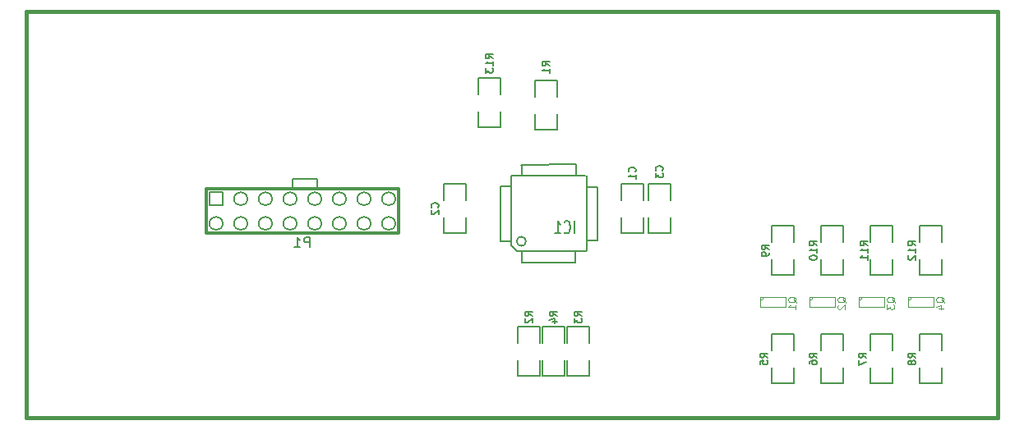
<source format=gbo>
G04 (created by PCBNEW (2013-jul-07)-stable) date mer. 26 nov. 2014 20:09:27 CET*
%MOIN*%
G04 Gerber Fmt 3.4, Leading zero omitted, Abs format*
%FSLAX34Y34*%
G01*
G70*
G90*
G04 APERTURE LIST*
%ADD10C,0.00590551*%
%ADD11C,0.00708661*%
%ADD12C,0.015*%
%ADD13C,0.005*%
%ADD14C,0.006*%
%ADD15C,0.012*%
%ADD16C,0.0031*%
%ADD17C,0.008*%
%ADD18C,0.0047*%
G04 APERTURE END LIST*
G54D10*
G54D11*
X52100Y-38100D02*
X52100Y-38500D01*
X51100Y-38500D02*
X51050Y-38500D01*
X51100Y-38100D02*
X51100Y-38500D01*
X52100Y-38100D02*
X51100Y-38100D01*
G54D12*
X79700Y-47800D02*
X79700Y-31300D01*
X40300Y-47800D02*
X40300Y-31300D01*
X40300Y-31300D02*
X79700Y-31300D01*
X40300Y-47800D02*
X79700Y-47800D01*
G54D13*
X64450Y-38300D02*
X65350Y-38300D01*
X65350Y-38300D02*
X65350Y-38950D01*
X64450Y-39650D02*
X64450Y-40300D01*
X64450Y-40300D02*
X65350Y-40300D01*
X65350Y-40300D02*
X65350Y-39650D01*
X64450Y-38950D02*
X64450Y-38300D01*
X58150Y-40300D02*
X57250Y-40300D01*
X57250Y-40300D02*
X57250Y-39650D01*
X58150Y-38950D02*
X58150Y-38300D01*
X58150Y-38300D02*
X57250Y-38300D01*
X57250Y-38300D02*
X57250Y-38950D01*
X58150Y-39650D02*
X58150Y-40300D01*
X65550Y-38300D02*
X66450Y-38300D01*
X66450Y-38300D02*
X66450Y-38950D01*
X65550Y-39650D02*
X65550Y-40300D01*
X65550Y-40300D02*
X66450Y-40300D01*
X66450Y-40300D02*
X66450Y-39650D01*
X65550Y-38950D02*
X65550Y-38300D01*
G54D14*
X63480Y-38410D02*
X63030Y-38410D01*
X63480Y-40590D02*
X63040Y-40590D01*
X63480Y-38410D02*
X63480Y-40590D01*
X62600Y-37940D02*
X62600Y-37510D01*
X60390Y-37930D02*
X60390Y-37510D01*
X60380Y-37510D02*
X62600Y-37500D01*
X60400Y-41480D02*
X62570Y-41490D01*
X59970Y-40790D02*
X59970Y-37960D01*
X62580Y-41480D02*
X62580Y-41070D01*
X60220Y-41030D02*
X63000Y-41030D01*
X63020Y-37950D02*
X63020Y-40990D01*
X59970Y-37950D02*
X62970Y-37950D01*
X59520Y-40620D02*
X59520Y-38400D01*
X59520Y-38400D02*
X59970Y-38400D01*
X59974Y-40800D02*
X60204Y-41030D01*
X59522Y-40620D02*
X59974Y-40620D01*
X60400Y-41030D02*
X60400Y-41482D01*
X60570Y-40626D02*
G75*
G03X60570Y-40626I-188J0D01*
G74*
G01*
G54D15*
X47600Y-38500D02*
X47600Y-40300D01*
X47600Y-40300D02*
X55400Y-40300D01*
X55400Y-40300D02*
X55400Y-38500D01*
X55400Y-38500D02*
X47600Y-38500D01*
G54D13*
X60950Y-34100D02*
X61850Y-34100D01*
X61850Y-34100D02*
X61850Y-34750D01*
X60950Y-35450D02*
X60950Y-36100D01*
X60950Y-36100D02*
X61850Y-36100D01*
X61850Y-36100D02*
X61850Y-35450D01*
X60950Y-34750D02*
X60950Y-34100D01*
X61150Y-46100D02*
X60250Y-46100D01*
X60250Y-46100D02*
X60250Y-45450D01*
X61150Y-44750D02*
X61150Y-44100D01*
X61150Y-44100D02*
X60250Y-44100D01*
X60250Y-44100D02*
X60250Y-44750D01*
X61150Y-45450D02*
X61150Y-46100D01*
X63150Y-46100D02*
X62250Y-46100D01*
X62250Y-46100D02*
X62250Y-45450D01*
X63150Y-44750D02*
X63150Y-44100D01*
X63150Y-44100D02*
X62250Y-44100D01*
X62250Y-44100D02*
X62250Y-44750D01*
X63150Y-45450D02*
X63150Y-46100D01*
X62150Y-46100D02*
X61250Y-46100D01*
X61250Y-46100D02*
X61250Y-45450D01*
X62150Y-44750D02*
X62150Y-44100D01*
X62150Y-44100D02*
X61250Y-44100D01*
X61250Y-44100D02*
X61250Y-44750D01*
X62150Y-45450D02*
X62150Y-46100D01*
X70550Y-44400D02*
X71450Y-44400D01*
X71450Y-44400D02*
X71450Y-45050D01*
X70550Y-45750D02*
X70550Y-46400D01*
X70550Y-46400D02*
X71450Y-46400D01*
X71450Y-46400D02*
X71450Y-45750D01*
X70550Y-45050D02*
X70550Y-44400D01*
X72550Y-44400D02*
X73450Y-44400D01*
X73450Y-44400D02*
X73450Y-45050D01*
X72550Y-45750D02*
X72550Y-46400D01*
X72550Y-46400D02*
X73450Y-46400D01*
X73450Y-46400D02*
X73450Y-45750D01*
X72550Y-45050D02*
X72550Y-44400D01*
X74550Y-44400D02*
X75450Y-44400D01*
X75450Y-44400D02*
X75450Y-45050D01*
X74550Y-45750D02*
X74550Y-46400D01*
X74550Y-46400D02*
X75450Y-46400D01*
X75450Y-46400D02*
X75450Y-45750D01*
X74550Y-45050D02*
X74550Y-44400D01*
X76550Y-44400D02*
X77450Y-44400D01*
X77450Y-44400D02*
X77450Y-45050D01*
X76550Y-45750D02*
X76550Y-46400D01*
X76550Y-46400D02*
X77450Y-46400D01*
X77450Y-46400D02*
X77450Y-45750D01*
X76550Y-45050D02*
X76550Y-44400D01*
X70550Y-40000D02*
X71450Y-40000D01*
X71450Y-40000D02*
X71450Y-40650D01*
X70550Y-41350D02*
X70550Y-42000D01*
X70550Y-42000D02*
X71450Y-42000D01*
X71450Y-42000D02*
X71450Y-41350D01*
X70550Y-40650D02*
X70550Y-40000D01*
X72550Y-40000D02*
X73450Y-40000D01*
X73450Y-40000D02*
X73450Y-40650D01*
X72550Y-41350D02*
X72550Y-42000D01*
X72550Y-42000D02*
X73450Y-42000D01*
X73450Y-42000D02*
X73450Y-41350D01*
X72550Y-40650D02*
X72550Y-40000D01*
X74550Y-40000D02*
X75450Y-40000D01*
X75450Y-40000D02*
X75450Y-40650D01*
X74550Y-41350D02*
X74550Y-42000D01*
X74550Y-42000D02*
X75450Y-42000D01*
X75450Y-42000D02*
X75450Y-41350D01*
X74550Y-40650D02*
X74550Y-40000D01*
X76550Y-40000D02*
X77450Y-40000D01*
X77450Y-40000D02*
X77450Y-40650D01*
X76550Y-41350D02*
X76550Y-42000D01*
X76550Y-42000D02*
X77450Y-42000D01*
X77450Y-42000D02*
X77450Y-41350D01*
X76550Y-40650D02*
X76550Y-40000D01*
X59550Y-36000D02*
X58650Y-36000D01*
X58650Y-36000D02*
X58650Y-35350D01*
X59550Y-34650D02*
X59550Y-34000D01*
X59550Y-34000D02*
X58650Y-34000D01*
X58650Y-34000D02*
X58650Y-34650D01*
X59550Y-35350D02*
X59550Y-36000D01*
G54D16*
X70199Y-42962D02*
G75*
G03X70199Y-42962I-62J0D01*
G74*
G01*
X71100Y-43300D02*
X71100Y-42900D01*
X70075Y-43300D02*
X70075Y-42900D01*
X71100Y-42900D02*
X70075Y-42900D01*
X70075Y-43300D02*
X71100Y-43300D01*
X72199Y-42962D02*
G75*
G03X72199Y-42962I-62J0D01*
G74*
G01*
X73100Y-43300D02*
X73100Y-42900D01*
X72075Y-43300D02*
X72075Y-42900D01*
X73100Y-42900D02*
X72075Y-42900D01*
X72075Y-43300D02*
X73100Y-43300D01*
X74199Y-42962D02*
G75*
G03X74199Y-42962I-62J0D01*
G74*
G01*
X75100Y-43300D02*
X75100Y-42900D01*
X74075Y-43300D02*
X74075Y-42900D01*
X75100Y-42900D02*
X74075Y-42900D01*
X74075Y-43300D02*
X75100Y-43300D01*
X76199Y-42962D02*
G75*
G03X76199Y-42962I-62J0D01*
G74*
G01*
X77100Y-43300D02*
X77100Y-42900D01*
X76075Y-43300D02*
X76075Y-42900D01*
X77100Y-42900D02*
X76075Y-42900D01*
X76075Y-43300D02*
X77100Y-43300D01*
G54D10*
X47729Y-38629D02*
X47729Y-39170D01*
X48270Y-39170D01*
X48270Y-38629D01*
X47729Y-38629D01*
X48270Y-39900D02*
G75*
G03X48270Y-39900I-270J0D01*
G74*
G01*
X49270Y-38900D02*
G75*
G03X49270Y-38900I-270J0D01*
G74*
G01*
X49270Y-39900D02*
G75*
G03X49270Y-39900I-270J0D01*
G74*
G01*
X50270Y-38900D02*
G75*
G03X50270Y-38900I-270J0D01*
G74*
G01*
X50270Y-39900D02*
G75*
G03X50270Y-39900I-270J0D01*
G74*
G01*
X51270Y-38900D02*
G75*
G03X51270Y-38900I-270J0D01*
G74*
G01*
X51270Y-39900D02*
G75*
G03X51270Y-39900I-270J0D01*
G74*
G01*
X52270Y-38900D02*
G75*
G03X52270Y-38900I-270J0D01*
G74*
G01*
X52270Y-39900D02*
G75*
G03X52270Y-39900I-270J0D01*
G74*
G01*
X53270Y-38900D02*
G75*
G03X53270Y-38900I-270J0D01*
G74*
G01*
X53270Y-39900D02*
G75*
G03X53270Y-39900I-270J0D01*
G74*
G01*
X54270Y-38900D02*
G75*
G03X54270Y-38900I-270J0D01*
G74*
G01*
X54270Y-39900D02*
G75*
G03X54270Y-39900I-270J0D01*
G74*
G01*
X55270Y-38900D02*
G75*
G03X55270Y-38900I-270J0D01*
G74*
G01*
X55270Y-39900D02*
G75*
G03X55270Y-39900I-270J0D01*
G74*
G01*
G54D13*
X64992Y-37800D02*
X65007Y-37785D01*
X65021Y-37742D01*
X65021Y-37714D01*
X65007Y-37671D01*
X64978Y-37642D01*
X64950Y-37628D01*
X64892Y-37614D01*
X64850Y-37614D01*
X64792Y-37628D01*
X64764Y-37642D01*
X64735Y-37671D01*
X64721Y-37714D01*
X64721Y-37742D01*
X64735Y-37785D01*
X64750Y-37800D01*
X65021Y-38085D02*
X65021Y-37914D01*
X65021Y-38000D02*
X64721Y-38000D01*
X64764Y-37971D01*
X64792Y-37942D01*
X64807Y-37914D01*
X56992Y-39250D02*
X57007Y-39235D01*
X57021Y-39192D01*
X57021Y-39164D01*
X57007Y-39121D01*
X56978Y-39092D01*
X56950Y-39078D01*
X56892Y-39064D01*
X56850Y-39064D01*
X56792Y-39078D01*
X56764Y-39092D01*
X56735Y-39121D01*
X56721Y-39164D01*
X56721Y-39192D01*
X56735Y-39235D01*
X56750Y-39250D01*
X56750Y-39364D02*
X56735Y-39378D01*
X56721Y-39407D01*
X56721Y-39478D01*
X56735Y-39507D01*
X56750Y-39521D01*
X56778Y-39535D01*
X56807Y-39535D01*
X56850Y-39521D01*
X57021Y-39350D01*
X57021Y-39535D01*
X66092Y-37750D02*
X66107Y-37735D01*
X66121Y-37692D01*
X66121Y-37664D01*
X66107Y-37621D01*
X66078Y-37592D01*
X66050Y-37578D01*
X65992Y-37564D01*
X65950Y-37564D01*
X65892Y-37578D01*
X65864Y-37592D01*
X65835Y-37621D01*
X65821Y-37664D01*
X65821Y-37692D01*
X65835Y-37735D01*
X65850Y-37750D01*
X65821Y-37850D02*
X65821Y-38035D01*
X65935Y-37935D01*
X65935Y-37978D01*
X65950Y-38007D01*
X65964Y-38021D01*
X65992Y-38035D01*
X66064Y-38035D01*
X66092Y-38021D01*
X66107Y-38007D01*
X66121Y-37978D01*
X66121Y-37892D01*
X66107Y-37864D01*
X66092Y-37850D01*
G54D17*
X62540Y-40302D02*
X62540Y-39802D01*
X62121Y-40254D02*
X62140Y-40278D01*
X62197Y-40302D01*
X62235Y-40302D01*
X62292Y-40278D01*
X62330Y-40230D01*
X62349Y-40183D01*
X62369Y-40088D01*
X62369Y-40016D01*
X62349Y-39921D01*
X62330Y-39873D01*
X62292Y-39826D01*
X62235Y-39802D01*
X62197Y-39802D01*
X62140Y-39826D01*
X62121Y-39850D01*
X61740Y-40302D02*
X61969Y-40302D01*
X61854Y-40302D02*
X61854Y-39802D01*
X61892Y-39873D01*
X61930Y-39921D01*
X61969Y-39945D01*
X51795Y-40861D02*
X51795Y-40461D01*
X51642Y-40461D01*
X51604Y-40480D01*
X51585Y-40500D01*
X51566Y-40538D01*
X51566Y-40595D01*
X51585Y-40633D01*
X51604Y-40652D01*
X51642Y-40671D01*
X51795Y-40671D01*
X51185Y-40861D02*
X51414Y-40861D01*
X51299Y-40861D02*
X51299Y-40461D01*
X51338Y-40519D01*
X51376Y-40557D01*
X51414Y-40576D01*
G54D13*
X61521Y-33500D02*
X61378Y-33400D01*
X61521Y-33328D02*
X61221Y-33328D01*
X61221Y-33442D01*
X61235Y-33471D01*
X61250Y-33485D01*
X61278Y-33500D01*
X61321Y-33500D01*
X61350Y-33485D01*
X61364Y-33471D01*
X61378Y-33442D01*
X61378Y-33328D01*
X61521Y-33785D02*
X61521Y-33614D01*
X61521Y-33700D02*
X61221Y-33700D01*
X61264Y-33671D01*
X61292Y-33642D01*
X61307Y-33614D01*
X60821Y-43650D02*
X60678Y-43550D01*
X60821Y-43478D02*
X60521Y-43478D01*
X60521Y-43592D01*
X60535Y-43621D01*
X60550Y-43635D01*
X60578Y-43650D01*
X60621Y-43650D01*
X60650Y-43635D01*
X60664Y-43621D01*
X60678Y-43592D01*
X60678Y-43478D01*
X60550Y-43764D02*
X60535Y-43778D01*
X60521Y-43807D01*
X60521Y-43878D01*
X60535Y-43907D01*
X60550Y-43921D01*
X60578Y-43935D01*
X60607Y-43935D01*
X60650Y-43921D01*
X60821Y-43750D01*
X60821Y-43935D01*
X62821Y-43650D02*
X62678Y-43550D01*
X62821Y-43478D02*
X62521Y-43478D01*
X62521Y-43592D01*
X62535Y-43621D01*
X62550Y-43635D01*
X62578Y-43650D01*
X62621Y-43650D01*
X62650Y-43635D01*
X62664Y-43621D01*
X62678Y-43592D01*
X62678Y-43478D01*
X62521Y-43750D02*
X62521Y-43935D01*
X62635Y-43835D01*
X62635Y-43878D01*
X62650Y-43907D01*
X62664Y-43921D01*
X62692Y-43935D01*
X62764Y-43935D01*
X62792Y-43921D01*
X62807Y-43907D01*
X62821Y-43878D01*
X62821Y-43792D01*
X62807Y-43764D01*
X62792Y-43750D01*
X61821Y-43650D02*
X61678Y-43550D01*
X61821Y-43478D02*
X61521Y-43478D01*
X61521Y-43592D01*
X61535Y-43621D01*
X61550Y-43635D01*
X61578Y-43650D01*
X61621Y-43650D01*
X61650Y-43635D01*
X61664Y-43621D01*
X61678Y-43592D01*
X61678Y-43478D01*
X61621Y-43907D02*
X61821Y-43907D01*
X61507Y-43835D02*
X61721Y-43764D01*
X61721Y-43950D01*
X70371Y-45350D02*
X70228Y-45250D01*
X70371Y-45178D02*
X70071Y-45178D01*
X70071Y-45292D01*
X70085Y-45321D01*
X70100Y-45335D01*
X70128Y-45350D01*
X70171Y-45350D01*
X70200Y-45335D01*
X70214Y-45321D01*
X70228Y-45292D01*
X70228Y-45178D01*
X70071Y-45621D02*
X70071Y-45478D01*
X70214Y-45464D01*
X70200Y-45478D01*
X70185Y-45507D01*
X70185Y-45578D01*
X70200Y-45607D01*
X70214Y-45621D01*
X70242Y-45635D01*
X70314Y-45635D01*
X70342Y-45621D01*
X70357Y-45607D01*
X70371Y-45578D01*
X70371Y-45507D01*
X70357Y-45478D01*
X70342Y-45464D01*
X72371Y-45350D02*
X72228Y-45250D01*
X72371Y-45178D02*
X72071Y-45178D01*
X72071Y-45292D01*
X72085Y-45321D01*
X72100Y-45335D01*
X72128Y-45350D01*
X72171Y-45350D01*
X72200Y-45335D01*
X72214Y-45321D01*
X72228Y-45292D01*
X72228Y-45178D01*
X72071Y-45607D02*
X72071Y-45550D01*
X72085Y-45521D01*
X72100Y-45507D01*
X72142Y-45478D01*
X72200Y-45464D01*
X72314Y-45464D01*
X72342Y-45478D01*
X72357Y-45492D01*
X72371Y-45521D01*
X72371Y-45578D01*
X72357Y-45607D01*
X72342Y-45621D01*
X72314Y-45635D01*
X72242Y-45635D01*
X72214Y-45621D01*
X72200Y-45607D01*
X72185Y-45578D01*
X72185Y-45521D01*
X72200Y-45492D01*
X72214Y-45478D01*
X72242Y-45464D01*
X74371Y-45350D02*
X74228Y-45250D01*
X74371Y-45178D02*
X74071Y-45178D01*
X74071Y-45292D01*
X74085Y-45321D01*
X74100Y-45335D01*
X74128Y-45350D01*
X74171Y-45350D01*
X74200Y-45335D01*
X74214Y-45321D01*
X74228Y-45292D01*
X74228Y-45178D01*
X74071Y-45450D02*
X74071Y-45650D01*
X74371Y-45521D01*
X76371Y-45350D02*
X76228Y-45250D01*
X76371Y-45178D02*
X76071Y-45178D01*
X76071Y-45292D01*
X76085Y-45321D01*
X76100Y-45335D01*
X76128Y-45350D01*
X76171Y-45350D01*
X76200Y-45335D01*
X76214Y-45321D01*
X76228Y-45292D01*
X76228Y-45178D01*
X76200Y-45521D02*
X76185Y-45492D01*
X76171Y-45478D01*
X76142Y-45464D01*
X76128Y-45464D01*
X76100Y-45478D01*
X76085Y-45492D01*
X76071Y-45521D01*
X76071Y-45578D01*
X76085Y-45607D01*
X76100Y-45621D01*
X76128Y-45635D01*
X76142Y-45635D01*
X76171Y-45621D01*
X76185Y-45607D01*
X76200Y-45578D01*
X76200Y-45521D01*
X76214Y-45492D01*
X76228Y-45478D01*
X76257Y-45464D01*
X76314Y-45464D01*
X76342Y-45478D01*
X76357Y-45492D01*
X76371Y-45521D01*
X76371Y-45578D01*
X76357Y-45607D01*
X76342Y-45621D01*
X76314Y-45635D01*
X76257Y-45635D01*
X76228Y-45621D01*
X76214Y-45607D01*
X76200Y-45578D01*
X70421Y-40950D02*
X70278Y-40850D01*
X70421Y-40778D02*
X70121Y-40778D01*
X70121Y-40892D01*
X70135Y-40921D01*
X70150Y-40935D01*
X70178Y-40950D01*
X70221Y-40950D01*
X70250Y-40935D01*
X70264Y-40921D01*
X70278Y-40892D01*
X70278Y-40778D01*
X70421Y-41092D02*
X70421Y-41150D01*
X70407Y-41178D01*
X70392Y-41192D01*
X70350Y-41221D01*
X70292Y-41235D01*
X70178Y-41235D01*
X70150Y-41221D01*
X70135Y-41207D01*
X70121Y-41178D01*
X70121Y-41121D01*
X70135Y-41092D01*
X70150Y-41078D01*
X70178Y-41064D01*
X70250Y-41064D01*
X70278Y-41078D01*
X70292Y-41092D01*
X70307Y-41121D01*
X70307Y-41178D01*
X70292Y-41207D01*
X70278Y-41221D01*
X70250Y-41235D01*
X72371Y-40807D02*
X72228Y-40707D01*
X72371Y-40635D02*
X72071Y-40635D01*
X72071Y-40750D01*
X72085Y-40778D01*
X72100Y-40792D01*
X72128Y-40807D01*
X72171Y-40807D01*
X72200Y-40792D01*
X72214Y-40778D01*
X72228Y-40750D01*
X72228Y-40635D01*
X72371Y-41092D02*
X72371Y-40921D01*
X72371Y-41007D02*
X72071Y-41007D01*
X72114Y-40978D01*
X72142Y-40950D01*
X72157Y-40921D01*
X72071Y-41278D02*
X72071Y-41307D01*
X72085Y-41335D01*
X72100Y-41350D01*
X72128Y-41364D01*
X72185Y-41378D01*
X72257Y-41378D01*
X72314Y-41364D01*
X72342Y-41350D01*
X72357Y-41335D01*
X72371Y-41307D01*
X72371Y-41278D01*
X72357Y-41250D01*
X72342Y-41235D01*
X72314Y-41221D01*
X72257Y-41207D01*
X72185Y-41207D01*
X72128Y-41221D01*
X72100Y-41235D01*
X72085Y-41250D01*
X72071Y-41278D01*
X74421Y-40807D02*
X74278Y-40707D01*
X74421Y-40635D02*
X74121Y-40635D01*
X74121Y-40750D01*
X74135Y-40778D01*
X74150Y-40792D01*
X74178Y-40807D01*
X74221Y-40807D01*
X74250Y-40792D01*
X74264Y-40778D01*
X74278Y-40750D01*
X74278Y-40635D01*
X74421Y-41092D02*
X74421Y-40921D01*
X74421Y-41007D02*
X74121Y-41007D01*
X74164Y-40978D01*
X74192Y-40950D01*
X74207Y-40921D01*
X74421Y-41378D02*
X74421Y-41207D01*
X74421Y-41292D02*
X74121Y-41292D01*
X74164Y-41264D01*
X74192Y-41235D01*
X74207Y-41207D01*
X76371Y-40807D02*
X76228Y-40707D01*
X76371Y-40635D02*
X76071Y-40635D01*
X76071Y-40750D01*
X76085Y-40778D01*
X76100Y-40792D01*
X76128Y-40807D01*
X76171Y-40807D01*
X76200Y-40792D01*
X76214Y-40778D01*
X76228Y-40750D01*
X76228Y-40635D01*
X76371Y-41092D02*
X76371Y-40921D01*
X76371Y-41007D02*
X76071Y-41007D01*
X76114Y-40978D01*
X76142Y-40950D01*
X76157Y-40921D01*
X76100Y-41207D02*
X76085Y-41221D01*
X76071Y-41250D01*
X76071Y-41321D01*
X76085Y-41350D01*
X76100Y-41364D01*
X76128Y-41378D01*
X76157Y-41378D01*
X76200Y-41364D01*
X76371Y-41192D01*
X76371Y-41378D01*
X59221Y-33207D02*
X59078Y-33107D01*
X59221Y-33035D02*
X58921Y-33035D01*
X58921Y-33150D01*
X58935Y-33178D01*
X58950Y-33192D01*
X58978Y-33207D01*
X59021Y-33207D01*
X59050Y-33192D01*
X59064Y-33178D01*
X59078Y-33150D01*
X59078Y-33035D01*
X59221Y-33492D02*
X59221Y-33321D01*
X59221Y-33407D02*
X58921Y-33407D01*
X58964Y-33378D01*
X58992Y-33350D01*
X59007Y-33321D01*
X58921Y-33592D02*
X58921Y-33778D01*
X59035Y-33678D01*
X59035Y-33721D01*
X59050Y-33750D01*
X59064Y-33764D01*
X59092Y-33778D01*
X59164Y-33778D01*
X59192Y-33764D01*
X59207Y-33750D01*
X59221Y-33721D01*
X59221Y-33635D01*
X59207Y-33607D01*
X59192Y-33592D01*
G54D18*
X71537Y-43110D02*
X71522Y-43081D01*
X71494Y-43053D01*
X71451Y-43010D01*
X71437Y-42981D01*
X71437Y-42953D01*
X71508Y-42967D02*
X71494Y-42939D01*
X71465Y-42910D01*
X71408Y-42896D01*
X71308Y-42896D01*
X71251Y-42910D01*
X71222Y-42939D01*
X71208Y-42967D01*
X71208Y-43024D01*
X71222Y-43053D01*
X71251Y-43081D01*
X71308Y-43096D01*
X71408Y-43096D01*
X71465Y-43081D01*
X71494Y-43053D01*
X71508Y-43024D01*
X71508Y-42967D01*
X71508Y-43381D02*
X71508Y-43210D01*
X71508Y-43296D02*
X71208Y-43296D01*
X71251Y-43267D01*
X71279Y-43239D01*
X71294Y-43210D01*
X73537Y-43110D02*
X73522Y-43081D01*
X73494Y-43053D01*
X73451Y-43010D01*
X73437Y-42981D01*
X73437Y-42953D01*
X73508Y-42967D02*
X73494Y-42939D01*
X73465Y-42910D01*
X73408Y-42896D01*
X73308Y-42896D01*
X73251Y-42910D01*
X73222Y-42939D01*
X73208Y-42967D01*
X73208Y-43024D01*
X73222Y-43053D01*
X73251Y-43081D01*
X73308Y-43096D01*
X73408Y-43096D01*
X73465Y-43081D01*
X73494Y-43053D01*
X73508Y-43024D01*
X73508Y-42967D01*
X73237Y-43210D02*
X73222Y-43224D01*
X73208Y-43253D01*
X73208Y-43324D01*
X73222Y-43353D01*
X73237Y-43367D01*
X73265Y-43381D01*
X73294Y-43381D01*
X73337Y-43367D01*
X73508Y-43196D01*
X73508Y-43381D01*
X75537Y-43110D02*
X75522Y-43081D01*
X75494Y-43053D01*
X75451Y-43010D01*
X75437Y-42981D01*
X75437Y-42953D01*
X75508Y-42967D02*
X75494Y-42939D01*
X75465Y-42910D01*
X75408Y-42896D01*
X75308Y-42896D01*
X75251Y-42910D01*
X75222Y-42939D01*
X75208Y-42967D01*
X75208Y-43024D01*
X75222Y-43053D01*
X75251Y-43081D01*
X75308Y-43096D01*
X75408Y-43096D01*
X75465Y-43081D01*
X75494Y-43053D01*
X75508Y-43024D01*
X75508Y-42967D01*
X75208Y-43196D02*
X75208Y-43381D01*
X75322Y-43281D01*
X75322Y-43324D01*
X75337Y-43353D01*
X75351Y-43367D01*
X75379Y-43381D01*
X75451Y-43381D01*
X75479Y-43367D01*
X75494Y-43353D01*
X75508Y-43324D01*
X75508Y-43239D01*
X75494Y-43210D01*
X75479Y-43196D01*
X77537Y-43110D02*
X77522Y-43081D01*
X77494Y-43053D01*
X77451Y-43010D01*
X77437Y-42981D01*
X77437Y-42953D01*
X77508Y-42967D02*
X77494Y-42939D01*
X77465Y-42910D01*
X77408Y-42896D01*
X77308Y-42896D01*
X77251Y-42910D01*
X77222Y-42939D01*
X77208Y-42967D01*
X77208Y-43024D01*
X77222Y-43053D01*
X77251Y-43081D01*
X77308Y-43096D01*
X77408Y-43096D01*
X77465Y-43081D01*
X77494Y-43053D01*
X77508Y-43024D01*
X77508Y-42967D01*
X77308Y-43353D02*
X77508Y-43353D01*
X77194Y-43281D02*
X77408Y-43210D01*
X77408Y-43396D01*
M02*

</source>
